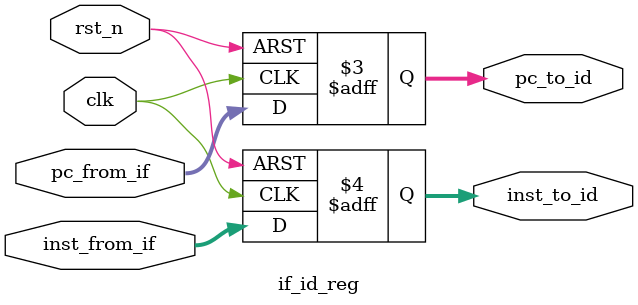
<source format=v>
`timescale 1ns / 1ps


module if_id_reg(
    input wire          clk,
    input wire          rst_n,
    input wire [31:0]   pc_from_if,
    input wire [31:0]   inst_from_if,
    output reg [31:0]   pc_to_id,
    output reg [31:0]   inst_to_id
    );

always @ (posedge clk or negedge rst_n) begin
    if(~rst_n) begin
        pc_to_id <= 32'b0;
        inst_to_id <= 32'b0;
    end
    else begin
        pc_to_id <= pc_from_if;
        inst_to_id <= inst_from_if;        
    end
end

endmodule

</source>
